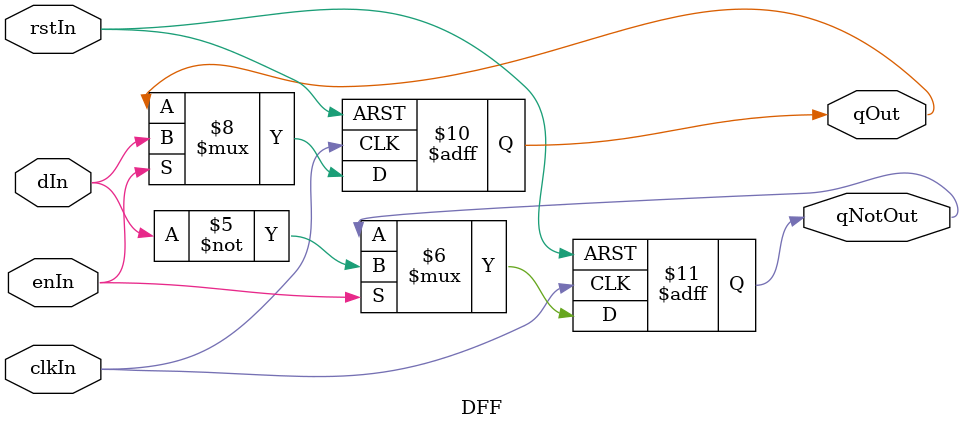
<source format=v>
module DFF #(parameter RST_POLARITY = 1'b1) (
  input clkIn,
  input rstIn,
  input enIn,
  input dIn,
  output reg qOut,
  output reg qNotOut
);

  always @(posedge rstIn, posedge clkIn) begin
    if (rstIn == RST_POLARITY) begin
      qOut    <= 0;
      qNotOut <= 1;
    end

    else if (clkIn == 1) begin
      // If enable is asserted, both q and q_not will be assigned the appropriate input value.
      // If enable is de-asserted, q and q_not will stay the same as before.
      if (enIn == 1) begin
        qOut    <= dIn;
        qNotOut <= ~dIn;
      end
    end
  end
endmodule
</source>
